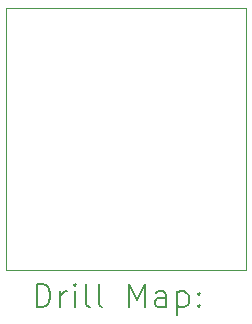
<source format=gbr>
%TF.GenerationSoftware,KiCad,Pcbnew,8.0.3*%
%TF.CreationDate,2024-11-04T16:53:38-08:00*%
%TF.ProjectId,MicPCB,4d696350-4342-42e6-9b69-6361645f7063,rev?*%
%TF.SameCoordinates,Original*%
%TF.FileFunction,Drillmap*%
%TF.FilePolarity,Positive*%
%FSLAX45Y45*%
G04 Gerber Fmt 4.5, Leading zero omitted, Abs format (unit mm)*
G04 Created by KiCad (PCBNEW 8.0.3) date 2024-11-04 16:53:38*
%MOMM*%
%LPD*%
G01*
G04 APERTURE LIST*
%ADD10C,0.050000*%
%ADD11C,0.200000*%
G04 APERTURE END LIST*
D10*
X8686800Y-5613400D02*
X10713720Y-5613400D01*
X10713720Y-7833360D01*
X8686800Y-7833360D01*
X8686800Y-5613400D01*
D11*
X8945077Y-8147344D02*
X8945077Y-7947344D01*
X8945077Y-7947344D02*
X8992696Y-7947344D01*
X8992696Y-7947344D02*
X9021267Y-7956868D01*
X9021267Y-7956868D02*
X9040315Y-7975915D01*
X9040315Y-7975915D02*
X9049839Y-7994963D01*
X9049839Y-7994963D02*
X9059363Y-8033058D01*
X9059363Y-8033058D02*
X9059363Y-8061629D01*
X9059363Y-8061629D02*
X9049839Y-8099725D01*
X9049839Y-8099725D02*
X9040315Y-8118772D01*
X9040315Y-8118772D02*
X9021267Y-8137820D01*
X9021267Y-8137820D02*
X8992696Y-8147344D01*
X8992696Y-8147344D02*
X8945077Y-8147344D01*
X9145077Y-8147344D02*
X9145077Y-8014010D01*
X9145077Y-8052106D02*
X9154601Y-8033058D01*
X9154601Y-8033058D02*
X9164124Y-8023534D01*
X9164124Y-8023534D02*
X9183172Y-8014010D01*
X9183172Y-8014010D02*
X9202220Y-8014010D01*
X9268886Y-8147344D02*
X9268886Y-8014010D01*
X9268886Y-7947344D02*
X9259363Y-7956868D01*
X9259363Y-7956868D02*
X9268886Y-7966391D01*
X9268886Y-7966391D02*
X9278410Y-7956868D01*
X9278410Y-7956868D02*
X9268886Y-7947344D01*
X9268886Y-7947344D02*
X9268886Y-7966391D01*
X9392696Y-8147344D02*
X9373648Y-8137820D01*
X9373648Y-8137820D02*
X9364124Y-8118772D01*
X9364124Y-8118772D02*
X9364124Y-7947344D01*
X9497458Y-8147344D02*
X9478410Y-8137820D01*
X9478410Y-8137820D02*
X9468886Y-8118772D01*
X9468886Y-8118772D02*
X9468886Y-7947344D01*
X9726029Y-8147344D02*
X9726029Y-7947344D01*
X9726029Y-7947344D02*
X9792696Y-8090201D01*
X9792696Y-8090201D02*
X9859363Y-7947344D01*
X9859363Y-7947344D02*
X9859363Y-8147344D01*
X10040315Y-8147344D02*
X10040315Y-8042582D01*
X10040315Y-8042582D02*
X10030791Y-8023534D01*
X10030791Y-8023534D02*
X10011744Y-8014010D01*
X10011744Y-8014010D02*
X9973648Y-8014010D01*
X9973648Y-8014010D02*
X9954601Y-8023534D01*
X10040315Y-8137820D02*
X10021267Y-8147344D01*
X10021267Y-8147344D02*
X9973648Y-8147344D01*
X9973648Y-8147344D02*
X9954601Y-8137820D01*
X9954601Y-8137820D02*
X9945077Y-8118772D01*
X9945077Y-8118772D02*
X9945077Y-8099725D01*
X9945077Y-8099725D02*
X9954601Y-8080677D01*
X9954601Y-8080677D02*
X9973648Y-8071153D01*
X9973648Y-8071153D02*
X10021267Y-8071153D01*
X10021267Y-8071153D02*
X10040315Y-8061629D01*
X10135553Y-8014010D02*
X10135553Y-8214010D01*
X10135553Y-8023534D02*
X10154601Y-8014010D01*
X10154601Y-8014010D02*
X10192696Y-8014010D01*
X10192696Y-8014010D02*
X10211744Y-8023534D01*
X10211744Y-8023534D02*
X10221267Y-8033058D01*
X10221267Y-8033058D02*
X10230791Y-8052106D01*
X10230791Y-8052106D02*
X10230791Y-8109248D01*
X10230791Y-8109248D02*
X10221267Y-8128296D01*
X10221267Y-8128296D02*
X10211744Y-8137820D01*
X10211744Y-8137820D02*
X10192696Y-8147344D01*
X10192696Y-8147344D02*
X10154601Y-8147344D01*
X10154601Y-8147344D02*
X10135553Y-8137820D01*
X10316505Y-8128296D02*
X10326029Y-8137820D01*
X10326029Y-8137820D02*
X10316505Y-8147344D01*
X10316505Y-8147344D02*
X10306982Y-8137820D01*
X10306982Y-8137820D02*
X10316505Y-8128296D01*
X10316505Y-8128296D02*
X10316505Y-8147344D01*
X10316505Y-8023534D02*
X10326029Y-8033058D01*
X10326029Y-8033058D02*
X10316505Y-8042582D01*
X10316505Y-8042582D02*
X10306982Y-8033058D01*
X10306982Y-8033058D02*
X10316505Y-8023534D01*
X10316505Y-8023534D02*
X10316505Y-8042582D01*
M02*

</source>
